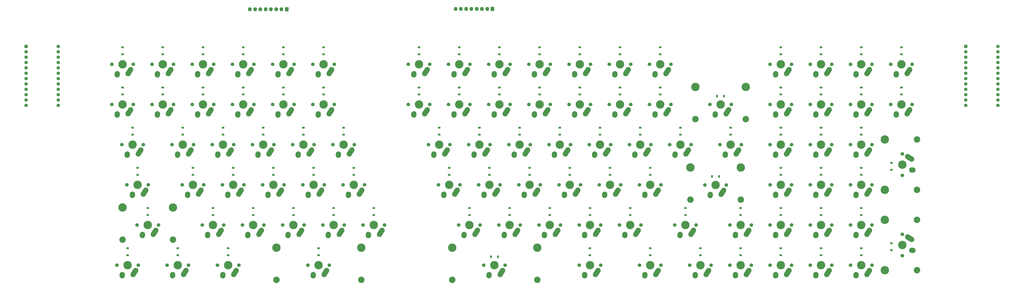
<source format=gbs>
%TF.GenerationSoftware,KiCad,Pcbnew,6.0.11-2627ca5db0~126~ubuntu22.04.1*%
%TF.CreationDate,2023-11-06T21:31:54+01:00*%
%TF.ProjectId,pcb,7063622e-6b69-4636-9164-5f7063625858,rev?*%
%TF.SameCoordinates,Original*%
%TF.FileFunction,Soldermask,Bot*%
%TF.FilePolarity,Negative*%
%FSLAX46Y46*%
G04 Gerber Fmt 4.6, Leading zero omitted, Abs format (unit mm)*
G04 Created by KiCad (PCBNEW 6.0.11-2627ca5db0~126~ubuntu22.04.1) date 2023-11-06 21:31:54*
%MOMM*%
%LPD*%
G01*
G04 APERTURE LIST*
G04 Aperture macros list*
%AMRoundRect*
0 Rectangle with rounded corners*
0 $1 Rounding radius*
0 $2 $3 $4 $5 $6 $7 $8 $9 X,Y pos of 4 corners*
0 Add a 4 corners polygon primitive as box body*
4,1,4,$2,$3,$4,$5,$6,$7,$8,$9,$2,$3,0*
0 Add four circle primitives for the rounded corners*
1,1,$1+$1,$2,$3*
1,1,$1+$1,$4,$5*
1,1,$1+$1,$6,$7*
1,1,$1+$1,$8,$9*
0 Add four rect primitives between the rounded corners*
20,1,$1+$1,$2,$3,$4,$5,0*
20,1,$1+$1,$4,$5,$6,$7,0*
20,1,$1+$1,$6,$7,$8,$9,0*
20,1,$1+$1,$8,$9,$2,$3,0*%
%AMHorizOval*
0 Thick line with rounded ends*
0 $1 width*
0 $2 $3 position (X,Y) of the first rounded end (center of the circle)*
0 $4 $5 position (X,Y) of the second rounded end (center of the circle)*
0 Add line between two ends*
20,1,$1,$2,$3,$4,$5,0*
0 Add two circle primitives to create the rounded ends*
1,1,$1,$2,$3*
1,1,$1,$4,$5*%
G04 Aperture macros list end*
%ADD10C,3.987800*%
%ADD11C,1.701800*%
%ADD12HorizOval,2.500000X0.604462X0.948815X-0.604462X-0.948815X0*%
%ADD13HorizOval,2.500000X0.019724X0.289328X-0.019724X-0.289328X0*%
%ADD14C,3.048000*%
%ADD15HorizOval,2.500000X-0.948815X0.604462X0.948815X-0.604462X0*%
%ADD16HorizOval,2.500000X-0.289328X0.019724X0.289328X-0.019724X0*%
%ADD17RoundRect,0.250000X0.600000X0.725000X-0.600000X0.725000X-0.600000X-0.725000X0.600000X-0.725000X0*%
%ADD18O,1.700000X1.950000*%
%ADD19R,1.600000X1.600000*%
%ADD20C,1.600000*%
%ADD21R,1.200000X0.900000*%
%ADD22R,0.900000X1.200000*%
G04 APERTURE END LIST*
D10*
%TO.C,K80*%
X197643800Y-363537800D03*
D11*
X192563800Y-363537800D03*
X202723800Y-363537800D03*
D12*
X200898800Y-367057800D03*
D13*
X195123800Y-368327800D03*
%TD*%
D10*
%TO.C,K4*%
X90487500Y-287356550D03*
D11*
X85407500Y-287356550D03*
X95567500Y-287356550D03*
D12*
X93742500Y-290876550D03*
D13*
X87967500Y-292146550D03*
%TD*%
D14*
%TO.C,K75*%
X302387050Y-351556500D03*
D10*
X302387050Y-336316500D03*
D11*
X319405050Y-344571500D03*
D10*
X314325050Y-344571500D03*
D14*
X326263050Y-351556500D03*
D10*
X326263050Y-336316500D03*
D11*
X309245050Y-344571500D03*
D12*
X317580050Y-348091500D03*
D13*
X311805050Y-349361500D03*
%TD*%
D11*
%TO.C,K17*%
X113982500Y-325456550D03*
D10*
X119062500Y-325456550D03*
D11*
X124142500Y-325456550D03*
D12*
X122317500Y-328976550D03*
D13*
X116542500Y-330246550D03*
%TD*%
D11*
%TO.C,K96*%
X369411300Y-382587800D03*
X359251300Y-382587800D03*
D10*
X364331300Y-382587800D03*
D12*
X367586300Y-386107800D03*
D13*
X361811300Y-387377800D03*
%TD*%
D10*
%TO.C,K76*%
X345281300Y-344487800D03*
D11*
X350361300Y-344487800D03*
X340201300Y-344487800D03*
D12*
X348536300Y-348007800D03*
D13*
X342761300Y-349277800D03*
%TD*%
D11*
%TO.C,K8*%
X57467500Y-306406550D03*
X47307500Y-306406550D03*
D10*
X52387500Y-306406550D03*
D12*
X55642500Y-309926550D03*
D13*
X49867500Y-311196550D03*
%TD*%
D11*
%TO.C,K70*%
X212248800Y-344487800D03*
X202088800Y-344487800D03*
D10*
X207168800Y-344487800D03*
D12*
X210423800Y-348007800D03*
D13*
X204648800Y-349277800D03*
%TD*%
D11*
%TO.C,K93*%
X312261300Y-382587800D03*
D10*
X307181300Y-382587800D03*
D11*
X302101300Y-382587800D03*
D12*
X310436300Y-386107800D03*
D13*
X304661300Y-387377800D03*
%TD*%
D11*
%TO.C,K78*%
X388461300Y-344487800D03*
X378301300Y-344487800D03*
D10*
X383381300Y-344487800D03*
D12*
X386636300Y-348007800D03*
D13*
X380861300Y-349277800D03*
%TD*%
D11*
%TO.C,K92*%
X278288800Y-382587800D03*
D10*
X283368800Y-382587800D03*
D11*
X288448800Y-382587800D03*
D12*
X286623800Y-386107800D03*
D13*
X280848800Y-387377800D03*
%TD*%
D11*
%TO.C,K35*%
X178911300Y-287337800D03*
D10*
X173831300Y-287337800D03*
D11*
X168751300Y-287337800D03*
D12*
X177086300Y-290857800D03*
D13*
X171311300Y-292127800D03*
%TD*%
D11*
%TO.C,K98*%
X402818650Y-367982800D03*
D10*
X394563650Y-385000800D03*
X394563650Y-361124800D03*
D14*
X409803650Y-361124800D03*
X409803650Y-385000800D03*
D11*
X402818650Y-378142800D03*
D10*
X402818650Y-373062800D03*
D15*
X406338650Y-369807800D03*
D16*
X407608650Y-375582800D03*
%TD*%
D11*
%TO.C,K88*%
X359251300Y-363537800D03*
X369411300Y-363537800D03*
D10*
X364331300Y-363537800D03*
D12*
X367586300Y-367057800D03*
D13*
X361811300Y-368327800D03*
%TD*%
D11*
%TO.C,K94*%
X331311300Y-382587800D03*
D10*
X326231300Y-382587800D03*
D11*
X321151300Y-382587800D03*
D12*
X329486300Y-386107800D03*
D13*
X323711300Y-387377800D03*
%TD*%
D11*
%TO.C,K54*%
X340201300Y-306387800D03*
D10*
X345281300Y-306387800D03*
D11*
X350361300Y-306387800D03*
D12*
X348536300Y-309907800D03*
D13*
X342761300Y-311177800D03*
%TD*%
D10*
%TO.C,K16*%
X100012500Y-325456550D03*
D11*
X94932500Y-325456550D03*
X105092500Y-325456550D03*
D12*
X103267500Y-328976550D03*
D13*
X97492500Y-330246550D03*
%TD*%
D10*
%TO.C,K10*%
X90487500Y-306406550D03*
D11*
X85407500Y-306406550D03*
X95567500Y-306406550D03*
D12*
X93742500Y-309926550D03*
D13*
X87967500Y-311196550D03*
%TD*%
D11*
%TO.C,K12*%
X123507500Y-306406550D03*
D10*
X128587500Y-306406550D03*
D11*
X133667500Y-306406550D03*
D12*
X131842500Y-309926550D03*
D13*
X126067500Y-311196550D03*
%TD*%
D10*
%TO.C,K37*%
X211931300Y-287337800D03*
D11*
X217011300Y-287337800D03*
X206851300Y-287337800D03*
D12*
X215186300Y-290857800D03*
D13*
X209411300Y-292127800D03*
%TD*%
D11*
%TO.C,K9*%
X76517500Y-306406550D03*
D10*
X71437500Y-306406550D03*
D11*
X66357500Y-306406550D03*
D12*
X74692500Y-309926550D03*
D13*
X68917500Y-311196550D03*
%TD*%
D10*
%TO.C,K19*%
X40481250Y-344506550D03*
D11*
X35401250Y-344506550D03*
X45561250Y-344506550D03*
D12*
X43736250Y-348026550D03*
D13*
X37961250Y-349296550D03*
%TD*%
D11*
%TO.C,K85*%
X294957550Y-363537800D03*
X305117550Y-363537800D03*
D10*
X300037550Y-363537800D03*
D12*
X303292550Y-367057800D03*
D13*
X297517550Y-368327800D03*
%TD*%
D11*
%TO.C,K33*%
X88423750Y-382606550D03*
D10*
X83343750Y-382606550D03*
D11*
X78263750Y-382606550D03*
D12*
X86598750Y-386126550D03*
D13*
X80823750Y-387396550D03*
%TD*%
D10*
%TO.C,K86*%
X326231300Y-363537800D03*
D11*
X331311300Y-363537800D03*
X321151300Y-363537800D03*
D12*
X329486300Y-367057800D03*
D13*
X323711300Y-368327800D03*
%TD*%
D11*
%TO.C,K95*%
X340201300Y-382587800D03*
X350361300Y-382587800D03*
D10*
X345281300Y-382587800D03*
D12*
X348536300Y-386107800D03*
D13*
X342761300Y-387377800D03*
%TD*%
D11*
%TO.C,K42*%
X340201300Y-287337800D03*
X350361300Y-287337800D03*
D10*
X345281300Y-287337800D03*
D12*
X348536300Y-290857800D03*
D13*
X342761300Y-292127800D03*
%TD*%
D11*
%TO.C,K30*%
X157480000Y-363556550D03*
D10*
X152400000Y-363556550D03*
D11*
X147320000Y-363556550D03*
D12*
X155655000Y-367076550D03*
D13*
X149880000Y-368346550D03*
%TD*%
D11*
%TO.C,K46*%
X178911300Y-306387800D03*
D10*
X173831300Y-306387800D03*
D11*
X168751300Y-306387800D03*
D12*
X177086300Y-309907800D03*
D13*
X171311300Y-311177800D03*
%TD*%
D11*
%TO.C,K5*%
X114617500Y-287356550D03*
D10*
X109537500Y-287356550D03*
D11*
X104457500Y-287356550D03*
D12*
X112792500Y-290876550D03*
D13*
X107017500Y-292146550D03*
%TD*%
D10*
%TO.C,K21*%
X85725000Y-344506550D03*
D11*
X80645000Y-344506550D03*
X90805000Y-344506550D03*
D12*
X88980000Y-348026550D03*
D13*
X83205000Y-349296550D03*
%TD*%
D11*
%TO.C,K28*%
X119380000Y-363556550D03*
D10*
X114300000Y-363556550D03*
D11*
X109220000Y-363556550D03*
D12*
X117555000Y-367076550D03*
D13*
X111780000Y-368346550D03*
%TD*%
D10*
%TO.C,K51*%
X269081300Y-306387800D03*
D11*
X274161300Y-306387800D03*
X264001300Y-306387800D03*
D12*
X272336300Y-309907800D03*
D13*
X266561300Y-311177800D03*
%TD*%
D17*
%TO.C,J1*%
X111137500Y-261262500D03*
D18*
X108637500Y-261262500D03*
X106137500Y-261262500D03*
X103637500Y-261262500D03*
X101137500Y-261262500D03*
X98637500Y-261262500D03*
X96137500Y-261262500D03*
X93637500Y-261262500D03*
%TD*%
D11*
%TO.C,K62*%
X264636300Y-325437800D03*
D10*
X259556300Y-325437800D03*
D11*
X254476300Y-325437800D03*
D12*
X262811300Y-328957800D03*
D13*
X257036300Y-330227800D03*
%TD*%
D11*
%TO.C,K72*%
X250348800Y-344487800D03*
D10*
X245268800Y-344487800D03*
D11*
X240188800Y-344487800D03*
D12*
X248523800Y-348007800D03*
D13*
X242748800Y-349277800D03*
%TD*%
D11*
%TO.C,K49*%
X236061300Y-306387800D03*
D10*
X230981300Y-306387800D03*
D11*
X225901300Y-306387800D03*
D12*
X234236300Y-309907800D03*
D13*
X228461300Y-311177800D03*
%TD*%
D10*
%TO.C,K60*%
X221456300Y-325437800D03*
D11*
X226536300Y-325437800D03*
X216376300Y-325437800D03*
D12*
X224711300Y-328957800D03*
D13*
X218936300Y-330227800D03*
%TD*%
D10*
%TO.C,K71*%
X226218800Y-344487800D03*
D11*
X221138800Y-344487800D03*
X231298800Y-344487800D03*
D12*
X229473800Y-348007800D03*
D13*
X223698800Y-349277800D03*
%TD*%
D10*
%TO.C,K13*%
X38100000Y-325456550D03*
D11*
X43180000Y-325456550D03*
X33020000Y-325456550D03*
D12*
X41355000Y-328976550D03*
D13*
X35580000Y-330246550D03*
%TD*%
D11*
%TO.C,K50*%
X255111300Y-306387800D03*
X244951300Y-306387800D03*
D10*
X250031300Y-306387800D03*
D12*
X253286300Y-309907800D03*
D13*
X247511300Y-311177800D03*
%TD*%
D10*
%TO.C,K53*%
X316706300Y-306387800D03*
X304768300Y-298132800D03*
D14*
X304768300Y-313372800D03*
D10*
X328644300Y-298132800D03*
D11*
X321786300Y-306387800D03*
D14*
X328644300Y-313372800D03*
D11*
X311626300Y-306387800D03*
D12*
X319961300Y-309907800D03*
D13*
X314186300Y-311177800D03*
%TD*%
D19*
%TO.C,U2*%
X432911300Y-278905000D03*
D20*
X432911300Y-281445000D03*
X432911300Y-283985000D03*
X432911300Y-286525000D03*
X432911300Y-289065000D03*
X432911300Y-291605000D03*
X432911300Y-294145000D03*
X432911300Y-296685000D03*
X432911300Y-299225000D03*
X432911300Y-301765000D03*
X432911300Y-304305000D03*
X432911300Y-306845000D03*
X448151300Y-306845000D03*
X448151300Y-304305000D03*
X448151300Y-301765000D03*
X448151300Y-299225000D03*
X448151300Y-296685000D03*
X448151300Y-294145000D03*
X448151300Y-291605000D03*
X448151300Y-289065000D03*
X448151300Y-286525000D03*
X448151300Y-283985000D03*
X448151300Y-281445000D03*
X448151300Y-278905000D03*
%TD*%
D11*
%TO.C,K34*%
X121126250Y-382606550D03*
D10*
X106206250Y-374351550D03*
D14*
X106206250Y-389591550D03*
D11*
X131286250Y-382606550D03*
D10*
X126206250Y-382606550D03*
X146492250Y-374351550D03*
D14*
X146492250Y-389591550D03*
D12*
X129461250Y-386126550D03*
D13*
X123686250Y-387396550D03*
%TD*%
D19*
%TO.C,U1*%
X-12382500Y-278923750D03*
D20*
X-12382500Y-281463750D03*
X-12382500Y-284003750D03*
X-12382500Y-286543750D03*
X-12382500Y-289083750D03*
X-12382500Y-291623750D03*
X-12382500Y-294163750D03*
X-12382500Y-296703750D03*
X-12382500Y-299243750D03*
X-12382500Y-301783750D03*
X-12382500Y-304323750D03*
X-12382500Y-306863750D03*
X2857500Y-306863750D03*
X2857500Y-304323750D03*
X2857500Y-301783750D03*
X2857500Y-299243750D03*
X2857500Y-296703750D03*
X2857500Y-294163750D03*
X2857500Y-291623750D03*
X2857500Y-289083750D03*
X2857500Y-286543750D03*
X2857500Y-284003750D03*
X2857500Y-281463750D03*
X2857500Y-278923750D03*
%TD*%
D10*
%TO.C,K22*%
X104775000Y-344506550D03*
D11*
X99695000Y-344506550D03*
X109855000Y-344506550D03*
D12*
X108030000Y-348026550D03*
D13*
X102255000Y-349296550D03*
%TD*%
D11*
%TO.C,K57*%
X407511300Y-306387800D03*
D10*
X402431300Y-306387800D03*
D11*
X397351300Y-306387800D03*
D12*
X405686300Y-309907800D03*
D13*
X399911300Y-311177800D03*
%TD*%
D11*
%TO.C,K82*%
X240823800Y-363537800D03*
X230663800Y-363537800D03*
D10*
X235743800Y-363537800D03*
D12*
X238998800Y-367057800D03*
D13*
X233223800Y-368327800D03*
%TD*%
D11*
%TO.C,K23*%
X128905000Y-344506550D03*
X118745000Y-344506550D03*
D10*
X123825000Y-344506550D03*
D12*
X127080000Y-348026550D03*
D13*
X121305000Y-349296550D03*
%TD*%
D11*
%TO.C,K56*%
X378301300Y-306387800D03*
D10*
X383381300Y-306387800D03*
D11*
X388461300Y-306387800D03*
D12*
X386636300Y-309907800D03*
D13*
X380861300Y-311177800D03*
%TD*%
D10*
%TO.C,K65*%
X321468800Y-325437800D03*
D11*
X326548800Y-325437800D03*
X316388800Y-325437800D03*
D12*
X324723800Y-328957800D03*
D13*
X318948800Y-330227800D03*
%TD*%
D11*
%TO.C,K44*%
X388461300Y-287337800D03*
X378301300Y-287337800D03*
D10*
X383381300Y-287337800D03*
D12*
X386636300Y-290857800D03*
D13*
X380861300Y-292127800D03*
%TD*%
D11*
%TO.C,K81*%
X211613800Y-363537800D03*
X221773800Y-363537800D03*
D10*
X216693800Y-363537800D03*
D12*
X219948800Y-367057800D03*
D13*
X214173800Y-368327800D03*
%TD*%
D10*
%TO.C,K39*%
X250031300Y-287337800D03*
D11*
X244951300Y-287337800D03*
X255111300Y-287337800D03*
D12*
X253286300Y-290857800D03*
D13*
X247511300Y-292127800D03*
%TD*%
D11*
%TO.C,K24*%
X147955000Y-344506550D03*
X137795000Y-344506550D03*
D10*
X142875000Y-344506550D03*
D12*
X146130000Y-348026550D03*
D13*
X140355000Y-349296550D03*
%TD*%
D10*
%TO.C,K3*%
X71437500Y-287356550D03*
D11*
X66357500Y-287356550D03*
X76517500Y-287356550D03*
D12*
X74692500Y-290876550D03*
D13*
X68917500Y-292146550D03*
%TD*%
D10*
%TO.C,K55*%
X364331300Y-306387800D03*
D11*
X369411300Y-306387800D03*
X359251300Y-306387800D03*
D12*
X367586300Y-309907800D03*
D13*
X361811300Y-311177800D03*
%TD*%
D11*
%TO.C,K2*%
X47307500Y-287356550D03*
D10*
X52387500Y-287356550D03*
D11*
X57467500Y-287356550D03*
D12*
X55642500Y-290876550D03*
D13*
X49867500Y-292146550D03*
%TD*%
D10*
%TO.C,K6*%
X128587500Y-287356550D03*
D11*
X133667500Y-287356550D03*
X123507500Y-287356550D03*
D12*
X131842500Y-290876550D03*
D13*
X126067500Y-292146550D03*
%TD*%
D10*
%TO.C,K36*%
X192881300Y-287337800D03*
D11*
X187801300Y-287337800D03*
X197961300Y-287337800D03*
D12*
X196136300Y-290857800D03*
D13*
X190361300Y-292127800D03*
%TD*%
D10*
%TO.C,K84*%
X273843800Y-363537800D03*
D11*
X278923800Y-363537800D03*
X268763800Y-363537800D03*
D12*
X277098800Y-367057800D03*
D13*
X271323800Y-368327800D03*
%TD*%
D11*
%TO.C,K25*%
X40163750Y-363556550D03*
D10*
X57181750Y-355301550D03*
D14*
X33305750Y-370541550D03*
D11*
X50323750Y-363556550D03*
D10*
X33305750Y-355301550D03*
X45243750Y-363556550D03*
D14*
X57181750Y-370541550D03*
D12*
X48498750Y-367076550D03*
D13*
X42723750Y-368346550D03*
%TD*%
D11*
%TO.C,K7*%
X38417500Y-306406550D03*
D10*
X33337500Y-306406550D03*
D11*
X28257500Y-306406550D03*
D12*
X36592500Y-309926550D03*
D13*
X30817500Y-311196550D03*
%TD*%
D11*
%TO.C,K27*%
X100330000Y-363556550D03*
D10*
X95250000Y-363556550D03*
D11*
X90170000Y-363556550D03*
D12*
X98505000Y-367076550D03*
D13*
X92730000Y-368346550D03*
%TD*%
D11*
%TO.C,K61*%
X235426300Y-325437800D03*
X245586300Y-325437800D03*
D10*
X240506300Y-325437800D03*
D12*
X243761300Y-328957800D03*
D13*
X237986300Y-330227800D03*
%TD*%
D11*
%TO.C,K69*%
X183038800Y-344487800D03*
D10*
X188118800Y-344487800D03*
D11*
X193198800Y-344487800D03*
D12*
X191373800Y-348007800D03*
D13*
X185598800Y-349277800D03*
%TD*%
D11*
%TO.C,K67*%
X359251300Y-325437800D03*
D10*
X364331300Y-325437800D03*
D11*
X369411300Y-325437800D03*
D12*
X367586300Y-328957800D03*
D13*
X361811300Y-330227800D03*
%TD*%
D11*
%TO.C,K26*%
X81280000Y-363556550D03*
D10*
X76200000Y-363556550D03*
D11*
X71120000Y-363556550D03*
D12*
X79455000Y-367076550D03*
D13*
X73680000Y-368346550D03*
%TD*%
D11*
%TO.C,K63*%
X283686300Y-325437800D03*
X273526300Y-325437800D03*
D10*
X278606300Y-325437800D03*
D12*
X281861300Y-328957800D03*
D13*
X276086300Y-330227800D03*
%TD*%
D11*
%TO.C,K83*%
X259873800Y-363537800D03*
D10*
X254793800Y-363537800D03*
D11*
X249713800Y-363537800D03*
D12*
X258048800Y-367057800D03*
D13*
X252273800Y-368327800D03*
%TD*%
D11*
%TO.C,K32*%
X54451250Y-382606550D03*
D10*
X59531250Y-382606550D03*
D11*
X64611250Y-382606550D03*
D12*
X62786250Y-386126550D03*
D13*
X57011250Y-387396550D03*
%TD*%
D11*
%TO.C,K90*%
X204470050Y-382587800D03*
D14*
X189550050Y-389572800D03*
D10*
X189550050Y-374332800D03*
D14*
X229836050Y-389572800D03*
D10*
X209550050Y-382587800D03*
X229836050Y-374332800D03*
D11*
X214630050Y-382587800D03*
D12*
X212805050Y-386107800D03*
D13*
X207030050Y-387377800D03*
%TD*%
D11*
%TO.C,K48*%
X206851300Y-306387800D03*
D10*
X211931300Y-306387800D03*
D11*
X217011300Y-306387800D03*
D12*
X215186300Y-309907800D03*
D13*
X209411300Y-311177800D03*
%TD*%
D10*
%TO.C,K52*%
X288131300Y-306387800D03*
D11*
X293211300Y-306387800D03*
X283051300Y-306387800D03*
D12*
X291386300Y-309907800D03*
D13*
X285611300Y-311177800D03*
%TD*%
D11*
%TO.C,K97*%
X378301300Y-382587800D03*
X388461300Y-382587800D03*
D10*
X383381300Y-382587800D03*
D12*
X386636300Y-386107800D03*
D13*
X380861300Y-387377800D03*
%TD*%
D11*
%TO.C,K89*%
X378301300Y-363537800D03*
X388461300Y-363537800D03*
D10*
X383381300Y-363537800D03*
D12*
X386636300Y-367057800D03*
D13*
X380861300Y-368327800D03*
%TD*%
D10*
%TO.C,K68*%
X383381300Y-325437800D03*
D11*
X388461300Y-325437800D03*
X378301300Y-325437800D03*
D12*
X386636300Y-328957800D03*
D13*
X380861300Y-330227800D03*
%TD*%
D11*
%TO.C,K91*%
X259873800Y-382587800D03*
D10*
X254793800Y-382587800D03*
D11*
X249713800Y-382587800D03*
D12*
X258048800Y-386107800D03*
D13*
X252273800Y-387377800D03*
%TD*%
D11*
%TO.C,K11*%
X104457500Y-306406550D03*
D10*
X109537500Y-306406550D03*
D11*
X114617500Y-306406550D03*
D12*
X112792500Y-309926550D03*
D13*
X107017500Y-311196550D03*
%TD*%
D11*
%TO.C,K31*%
X40798750Y-382606550D03*
X30638750Y-382606550D03*
D10*
X35718750Y-382606550D03*
D12*
X38973750Y-386126550D03*
D13*
X33198750Y-387396550D03*
%TD*%
D10*
%TO.C,K59*%
X202406300Y-325437800D03*
D11*
X207486300Y-325437800D03*
X197326300Y-325437800D03*
D12*
X205661300Y-328957800D03*
D13*
X199886300Y-330227800D03*
%TD*%
D11*
%TO.C,K47*%
X197961300Y-306387800D03*
D10*
X192881300Y-306387800D03*
D11*
X187801300Y-306387800D03*
D12*
X196136300Y-309907800D03*
D13*
X190361300Y-311177800D03*
%TD*%
D11*
%TO.C,K64*%
X292576300Y-325437800D03*
X302736300Y-325437800D03*
D10*
X297656300Y-325437800D03*
D12*
X300911300Y-328957800D03*
D13*
X295136300Y-330227800D03*
%TD*%
D11*
%TO.C,K20*%
X61595000Y-344506550D03*
D10*
X66675000Y-344506550D03*
D11*
X71755000Y-344506550D03*
D12*
X69930000Y-348026550D03*
D13*
X64155000Y-349296550D03*
%TD*%
D11*
%TO.C,K73*%
X269398800Y-344487800D03*
X259238800Y-344487800D03*
D10*
X264318800Y-344487800D03*
D12*
X267573800Y-348007800D03*
D13*
X261798800Y-349277800D03*
%TD*%
D11*
%TO.C,K41*%
X293211300Y-287337800D03*
D10*
X288131300Y-287337800D03*
D11*
X283051300Y-287337800D03*
D12*
X291386300Y-290857800D03*
D13*
X285611300Y-292127800D03*
%TD*%
D11*
%TO.C,K38*%
X225901300Y-287337800D03*
X236061300Y-287337800D03*
D10*
X230981300Y-287337800D03*
D12*
X234236300Y-290857800D03*
D13*
X228461300Y-292127800D03*
%TD*%
D10*
%TO.C,K58*%
X183356300Y-325437800D03*
D11*
X178276300Y-325437800D03*
X188436300Y-325437800D03*
D12*
X186611300Y-328957800D03*
D13*
X180836300Y-330227800D03*
%TD*%
D11*
%TO.C,K66*%
X350361300Y-325437800D03*
D10*
X345281300Y-325437800D03*
D11*
X340201300Y-325437800D03*
D12*
X348536300Y-328957800D03*
D13*
X342761300Y-330227800D03*
%TD*%
D10*
%TO.C,K15*%
X80962500Y-325456550D03*
D11*
X75882500Y-325456550D03*
X86042500Y-325456550D03*
D12*
X84217500Y-328976550D03*
D13*
X78442500Y-330246550D03*
%TD*%
D10*
%TO.C,K1*%
X33337500Y-287356550D03*
D11*
X38417500Y-287356550D03*
X28257500Y-287356550D03*
D12*
X36592500Y-290876550D03*
D13*
X30817500Y-292146550D03*
%TD*%
D10*
%TO.C,K40*%
X269081300Y-287337800D03*
D11*
X264001300Y-287337800D03*
X274161300Y-287337800D03*
D12*
X272336300Y-290857800D03*
D13*
X266561300Y-292127800D03*
%TD*%
D17*
%TO.C,J2*%
X208637550Y-261143750D03*
D18*
X206137550Y-261143750D03*
X203637550Y-261143750D03*
X201137550Y-261143750D03*
X198637550Y-261143750D03*
X196137550Y-261143750D03*
X193637550Y-261143750D03*
X191137550Y-261143750D03*
%TD*%
D11*
%TO.C,K74*%
X288448800Y-344487800D03*
X278288800Y-344487800D03*
D10*
X283368800Y-344487800D03*
D12*
X286623800Y-348007800D03*
D13*
X280848800Y-349277800D03*
%TD*%
D11*
%TO.C,K29*%
X128270000Y-363556550D03*
X138430000Y-363556550D03*
D10*
X133350000Y-363556550D03*
D12*
X136605000Y-367076550D03*
D13*
X130830000Y-368346550D03*
%TD*%
D11*
%TO.C,K14*%
X66992500Y-325456550D03*
X56832500Y-325456550D03*
D10*
X61912500Y-325456550D03*
D12*
X65167500Y-328976550D03*
D13*
X59392500Y-330246550D03*
%TD*%
D11*
%TO.C,K43*%
X359251300Y-287337800D03*
X369411300Y-287337800D03*
D10*
X364331300Y-287337800D03*
D12*
X367586300Y-290857800D03*
D13*
X361811300Y-292127800D03*
%TD*%
D11*
%TO.C,K79*%
X402818650Y-340042800D03*
D10*
X402818650Y-334962800D03*
D14*
X409803650Y-323024800D03*
D11*
X402818650Y-329882800D03*
D14*
X409803650Y-346900800D03*
D10*
X394563650Y-346900800D03*
X394563650Y-323024800D03*
D15*
X406338650Y-331707800D03*
D16*
X407608650Y-337482800D03*
%TD*%
D11*
%TO.C,K77*%
X369411300Y-344487800D03*
D10*
X364331300Y-344487800D03*
D11*
X359251300Y-344487800D03*
D12*
X367586300Y-348007800D03*
D13*
X361811300Y-349277800D03*
%TD*%
D11*
%TO.C,K45*%
X407511300Y-287337800D03*
X397351300Y-287337800D03*
D10*
X402431300Y-287337800D03*
D12*
X405686300Y-290857800D03*
D13*
X399911300Y-292127800D03*
%TD*%
D10*
%TO.C,K87*%
X345281300Y-363537800D03*
D11*
X350361300Y-363537800D03*
X340201300Y-363537800D03*
D12*
X348536300Y-367057800D03*
D13*
X342761300Y-368327800D03*
%TD*%
D10*
%TO.C,K18*%
X138112500Y-325456550D03*
D11*
X133032500Y-325456550D03*
X143192500Y-325456550D03*
D12*
X141367500Y-328976550D03*
D13*
X135592500Y-330246550D03*
%TD*%
D21*
%TO.C,D37*%
X211931300Y-279318750D03*
X211931300Y-282618750D03*
%TD*%
%TO.C,D15*%
X80962500Y-317437500D03*
X80962500Y-320737500D03*
%TD*%
%TO.C,D84*%
X273843800Y-355518750D03*
X273843800Y-358818750D03*
%TD*%
%TO.C,D81*%
X216693800Y-355518750D03*
X216693800Y-358818750D03*
%TD*%
%TO.C,D83*%
X254793800Y-355518750D03*
X254793800Y-358818750D03*
%TD*%
%TO.C,D44*%
X383381300Y-279318750D03*
X383381300Y-282618750D03*
%TD*%
%TO.C,D35*%
X173831300Y-279318750D03*
X173831300Y-282618750D03*
%TD*%
%TO.C,D95*%
X345281300Y-374568750D03*
X345281300Y-377868750D03*
%TD*%
%TO.C,D88*%
X364331300Y-355518750D03*
X364331300Y-358818750D03*
%TD*%
%TO.C,D28*%
X114300000Y-355537500D03*
X114300000Y-358837500D03*
%TD*%
%TO.C,D70*%
X207168800Y-336468750D03*
X207168800Y-339768750D03*
%TD*%
%TO.C,D41*%
X288131300Y-279318750D03*
X288131300Y-282618750D03*
%TD*%
%TO.C,D24*%
X142875000Y-336487500D03*
X142875000Y-339787500D03*
%TD*%
%TO.C,D34*%
X126206250Y-374587500D03*
X126206250Y-377887500D03*
%TD*%
%TO.C,D77*%
X364331300Y-336468750D03*
X364331300Y-339768750D03*
%TD*%
%TO.C,D86*%
X326231300Y-355518750D03*
X326231300Y-358818750D03*
%TD*%
%TO.C,D46*%
X173831300Y-298368750D03*
X173831300Y-301668750D03*
%TD*%
%TO.C,D21*%
X85725000Y-336487500D03*
X85725000Y-339787500D03*
%TD*%
%TO.C,D94*%
X326231300Y-374568750D03*
X326231300Y-377868750D03*
%TD*%
%TO.C,D87*%
X345281300Y-355518750D03*
X345281300Y-358818750D03*
%TD*%
%TO.C,D32*%
X59531250Y-374587500D03*
X59531250Y-377887500D03*
%TD*%
%TO.C,D12*%
X128587500Y-298387500D03*
X128587500Y-301687500D03*
%TD*%
%TO.C,D72*%
X245268800Y-336468750D03*
X245268800Y-339768750D03*
%TD*%
%TO.C,D6*%
X128587500Y-279337500D03*
X128587500Y-282637500D03*
%TD*%
%TO.C,D13*%
X38100000Y-317437500D03*
X38100000Y-320737500D03*
%TD*%
%TO.C,D80*%
X197643800Y-355518750D03*
X197643800Y-358818750D03*
%TD*%
%TO.C,D91*%
X254762550Y-374543750D03*
X254762550Y-377843750D03*
%TD*%
%TO.C,D25*%
X45243750Y-355537500D03*
X45243750Y-358837500D03*
%TD*%
%TO.C,D55*%
X364331300Y-298368750D03*
X364331300Y-301668750D03*
%TD*%
%TO.C,D39*%
X250031300Y-279318750D03*
X250031300Y-282618750D03*
%TD*%
%TO.C,D48*%
X211931300Y-298368750D03*
X211931300Y-301668750D03*
%TD*%
%TO.C,D42*%
X345281300Y-279318750D03*
X345281300Y-282618750D03*
%TD*%
%TO.C,D27*%
X95250000Y-355537500D03*
X95250000Y-358837500D03*
%TD*%
%TO.C,D9*%
X71437500Y-298387500D03*
X71437500Y-301687500D03*
%TD*%
%TO.C,D67*%
X364331300Y-317418750D03*
X364331300Y-320718750D03*
%TD*%
%TO.C,D89*%
X383381300Y-355518750D03*
X383381300Y-358818750D03*
%TD*%
%TO.C,D43*%
X364331300Y-279318750D03*
X364331300Y-282618750D03*
%TD*%
%TO.C,D85*%
X300037550Y-355518750D03*
X300037550Y-358818750D03*
%TD*%
%TO.C,D50*%
X250031300Y-298368750D03*
X250031300Y-301668750D03*
%TD*%
%TO.C,D40*%
X269081300Y-279318750D03*
X269081300Y-282618750D03*
%TD*%
%TO.C,D92*%
X283368800Y-374568750D03*
X283368800Y-377868750D03*
%TD*%
%TO.C,D66*%
X345281300Y-317418750D03*
X345281300Y-320718750D03*
%TD*%
%TO.C,D2*%
X52387500Y-279337500D03*
X52387500Y-282637500D03*
%TD*%
%TO.C,D3*%
X71437500Y-279337500D03*
X71437500Y-282637500D03*
%TD*%
%TO.C,D45*%
X402431300Y-279318750D03*
X402431300Y-282618750D03*
%TD*%
%TO.C,D57*%
X402431300Y-298368750D03*
X402431300Y-301668750D03*
%TD*%
%TO.C,D38*%
X230981300Y-279318750D03*
X230981300Y-282618750D03*
%TD*%
%TO.C,D18*%
X138112500Y-317437500D03*
X138112500Y-320737500D03*
%TD*%
%TO.C,D96*%
X364331300Y-374568750D03*
X364331300Y-377868750D03*
%TD*%
%TO.C,D68*%
X383381300Y-317418750D03*
X383381300Y-320718750D03*
%TD*%
%TO.C,D22*%
X104775000Y-336487500D03*
X104775000Y-339787500D03*
%TD*%
%TO.C,D60*%
X221456300Y-317418750D03*
X221456300Y-320718750D03*
%TD*%
%TO.C,D51*%
X269081300Y-298368750D03*
X269081300Y-301668750D03*
%TD*%
%TO.C,D52*%
X288131300Y-298368750D03*
X288131300Y-301668750D03*
%TD*%
%TO.C,D8*%
X52387500Y-298387500D03*
X52387500Y-301687500D03*
%TD*%
%TO.C,D62*%
X259556300Y-317418750D03*
X259556300Y-320718750D03*
%TD*%
%TO.C,D23*%
X123825000Y-336487500D03*
X123825000Y-339787500D03*
%TD*%
%TO.C,D69*%
X188118800Y-336468750D03*
X188118800Y-339768750D03*
%TD*%
%TO.C,D11*%
X109537500Y-298387500D03*
X109537500Y-301687500D03*
%TD*%
D22*
%TO.C,D75*%
X315975050Y-340500000D03*
X312675050Y-340500000D03*
%TD*%
D21*
%TO.C,D93*%
X307181300Y-374568750D03*
X307181300Y-377868750D03*
%TD*%
%TO.C,D82*%
X235743800Y-355518750D03*
X235743800Y-358818750D03*
%TD*%
%TO.C,D58*%
X183356300Y-317418750D03*
X183356300Y-320718750D03*
%TD*%
%TO.C,D1*%
X33337500Y-279337500D03*
X33337500Y-282637500D03*
%TD*%
%TO.C,D30*%
X152400000Y-355537500D03*
X152400000Y-358837500D03*
%TD*%
%TO.C,D33*%
X83343750Y-374587500D03*
X83343750Y-377887500D03*
%TD*%
%TO.C,D54*%
X345281300Y-298368750D03*
X345281300Y-301668750D03*
%TD*%
%TO.C,D19*%
X40481250Y-336487500D03*
X40481250Y-339787500D03*
%TD*%
%TO.C,D65*%
X321468800Y-317418750D03*
X321468800Y-320718750D03*
%TD*%
%TO.C,D5*%
X109537500Y-279337500D03*
X109537500Y-282637500D03*
%TD*%
%TO.C,D64*%
X297656300Y-317418750D03*
X297656300Y-320718750D03*
%TD*%
%TO.C,D26*%
X76200000Y-355537500D03*
X76200000Y-358837500D03*
%TD*%
%TO.C,D29*%
X133350000Y-355537500D03*
X133350000Y-358837500D03*
%TD*%
%TO.C,D17*%
X119062500Y-317437500D03*
X119062500Y-320737500D03*
%TD*%
%TO.C,D10*%
X90487500Y-298387500D03*
X90487500Y-301687500D03*
%TD*%
%TO.C,D7*%
X33337500Y-298387500D03*
X33337500Y-301687500D03*
%TD*%
D22*
%TO.C,D53*%
X318356300Y-302400000D03*
X315056300Y-302400000D03*
%TD*%
D21*
%TO.C,D78*%
X383381300Y-336468750D03*
X383381300Y-339768750D03*
%TD*%
%TO.C,D71*%
X226218800Y-336468750D03*
X226218800Y-339768750D03*
%TD*%
%TO.C,D16*%
X100012500Y-317437500D03*
X100012500Y-320737500D03*
%TD*%
%TO.C,D4*%
X90487500Y-279337500D03*
X90487500Y-282637500D03*
%TD*%
%TO.C,D63*%
X278606300Y-317418750D03*
X278606300Y-320718750D03*
%TD*%
%TO.C,D76*%
X345281300Y-336468750D03*
X345281300Y-339768750D03*
%TD*%
%TO.C,D97*%
X383381300Y-374568750D03*
X383381300Y-377868750D03*
%TD*%
%TO.C,D47*%
X192881300Y-298368750D03*
X192881300Y-301668750D03*
%TD*%
%TO.C,D73*%
X264318800Y-336468750D03*
X264318800Y-339768750D03*
%TD*%
%TO.C,D56*%
X383381300Y-298368750D03*
X383381300Y-301668750D03*
%TD*%
%TO.C,D20*%
X66675000Y-336487500D03*
X66675000Y-339787500D03*
%TD*%
%TO.C,D79*%
X397668800Y-334087500D03*
X397668800Y-337387500D03*
%TD*%
%TO.C,D59*%
X202406300Y-317418750D03*
X202406300Y-320718750D03*
%TD*%
%TO.C,D61*%
X240506300Y-317418750D03*
X240506300Y-320718750D03*
%TD*%
D22*
%TO.C,D90*%
X211200050Y-378600000D03*
X207900050Y-378600000D03*
%TD*%
D21*
%TO.C,D36*%
X192881300Y-279318750D03*
X192881300Y-282618750D03*
%TD*%
%TO.C,D74*%
X283368800Y-336468750D03*
X283368800Y-339768750D03*
%TD*%
%TO.C,D49*%
X230981300Y-298368750D03*
X230981300Y-301668750D03*
%TD*%
%TO.C,D14*%
X61912500Y-317437500D03*
X61912500Y-320737500D03*
%TD*%
%TO.C,D31*%
X35718750Y-374587500D03*
X35718750Y-377887500D03*
%TD*%
%TO.C,D98*%
X397668800Y-372187500D03*
X397668800Y-375487500D03*
%TD*%
M02*

</source>
